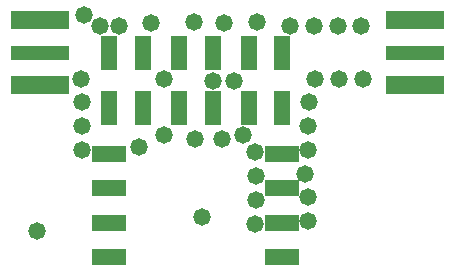
<source format=gbr>
%TF.GenerationSoftware,Altium Limited,Altium Designer,20.0.10 (225)*%
G04 Layer_Color=8388736*
%FSLAX26Y26*%
%MOIN*%
%TF.FileFunction,Soldermask,Top*%
%TF.Part,Single*%
G01*
G75*
%TA.AperFunction,SMDPad,CuDef*%
%ADD12R,0.196850X0.047244*%
%ADD13R,0.196850X0.062992*%
%TA.AperFunction,ViaPad*%
%ADD17C,0.058000*%
%TA.AperFunction,SMDPad,CuDef*%
%ADD20R,0.114299X0.057213*%
%ADD21R,0.057213X0.114299*%
D12*
X3107874Y2669287D02*
D03*
X1860630D02*
D03*
D13*
X3107874Y2778343D02*
D03*
Y2560232D02*
D03*
X1860630D02*
D03*
Y2778343D02*
D03*
D17*
X2190000Y2355000D02*
D03*
X2005000Y2795000D02*
D03*
X1995000Y2580000D02*
D03*
X2692400Y2757662D02*
D03*
X2771927D02*
D03*
X2851455D02*
D03*
X2930982D02*
D03*
X2582185Y2771136D02*
D03*
X2473248Y2766764D02*
D03*
X2505000Y2575000D02*
D03*
X2435000D02*
D03*
X2376491Y2380841D02*
D03*
X2465000Y2380000D02*
D03*
X2536013Y2395836D02*
D03*
X2272342Y2395913D02*
D03*
X2228175Y2766798D02*
D03*
X2272342Y2580913D02*
D03*
X2372185Y2771136D02*
D03*
X2576548Y2336507D02*
D03*
X2579872Y2257049D02*
D03*
X2580616Y2177525D02*
D03*
X2576548Y2098101D02*
D03*
X2753452Y2107662D02*
D03*
X2752610Y2187185D02*
D03*
X2744249Y2266271D02*
D03*
X2753906Y2345211D02*
D03*
Y2424738D02*
D03*
X2755579Y2504248D02*
D03*
X2776724Y2580913D02*
D03*
X2856251D02*
D03*
X2935779D02*
D03*
X2057925Y2757662D02*
D03*
X1998594Y2502947D02*
D03*
X1999698Y2423427D02*
D03*
Y2343900D02*
D03*
X2123743Y2756536D02*
D03*
X1848414Y2073808D02*
D03*
X2400000Y2120000D02*
D03*
D20*
X2665000Y2330390D02*
D03*
Y2218185D02*
D03*
Y2100390D02*
D03*
Y1988185D02*
D03*
X2090000Y2100390D02*
D03*
Y1988185D02*
D03*
Y2330390D02*
D03*
Y2218185D02*
D03*
D21*
X2667205Y2669287D02*
D03*
X2555000D02*
D03*
X2667205Y2484287D02*
D03*
X2555000D02*
D03*
X2434705D02*
D03*
X2322500D02*
D03*
X2434705Y2669287D02*
D03*
X2322500D02*
D03*
X2202205Y2484287D02*
D03*
X2090000D02*
D03*
X2202205Y2669287D02*
D03*
X2090000D02*
D03*
%TF.MD5,efd0d43e3dce9d469000eb49d0bc74d9*%
M02*

</source>
